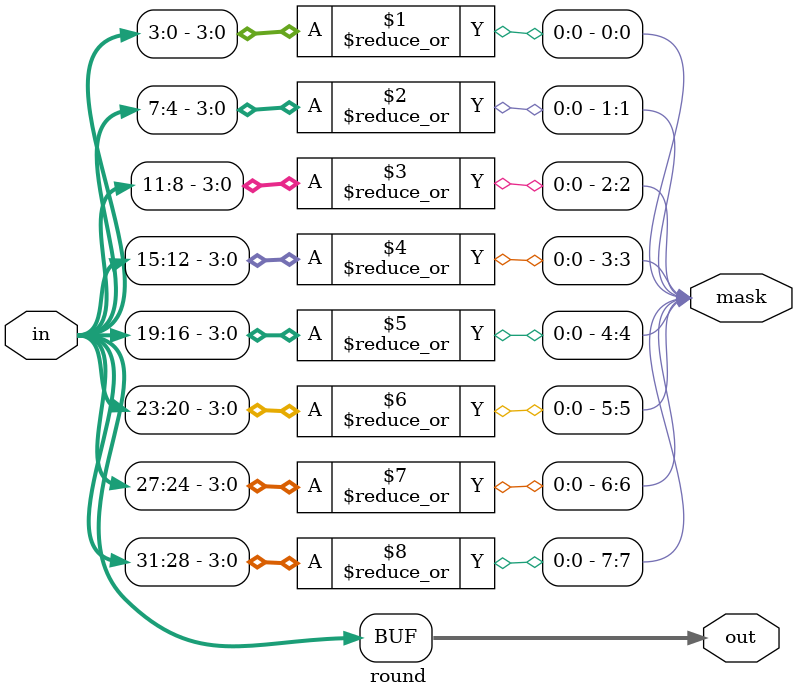
<source format=v>
module round (in, out, mask);
  parameter width = 8; // number of elements
  parameter bw = 4;    // bit width per element

  input [width*bw-1:0] in;
  output [width*bw-1:0] out;
  output [width-1:0] mask;

  genvar i;
  generate
    for (i=0; i<width; i=i+1) begin : loop
      assign mask[i] = |in[bw*(i+1)-1:bw*i]; // 1 if non-zero
      assign out[bw*(i+1)-1:bw*i] = in[bw*(i+1)-1:bw*i]; // Pass through
    end
  endgenerate
endmodule

</source>
